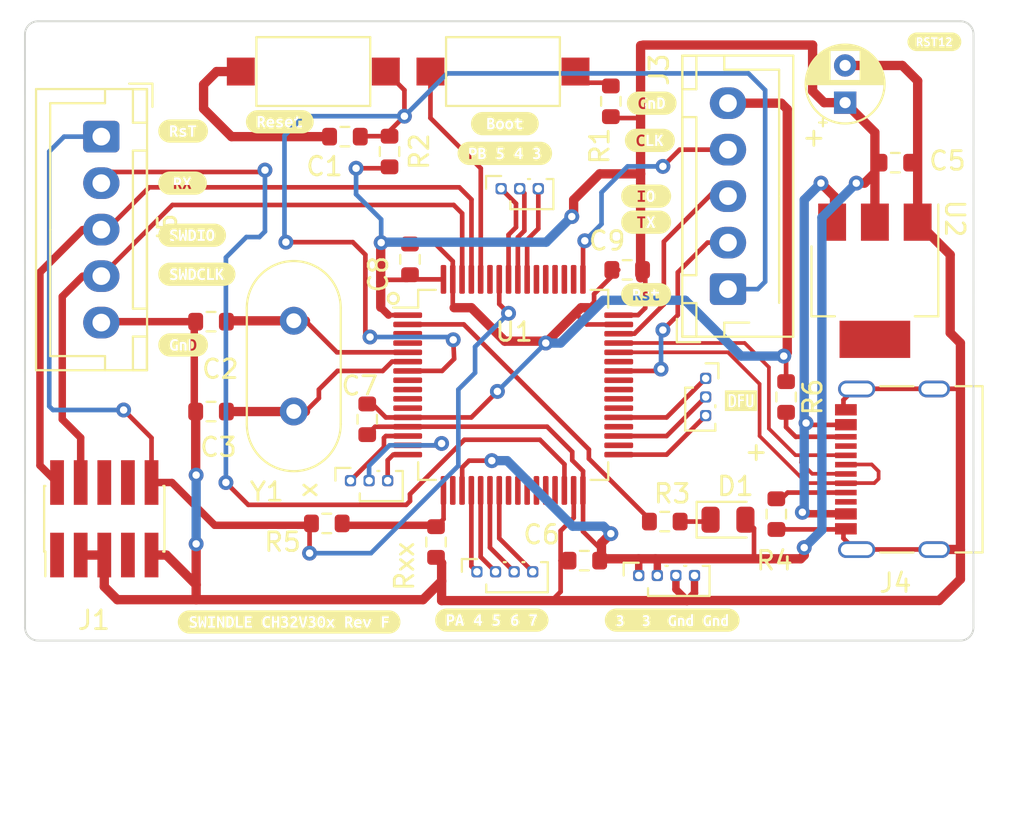
<source format=kicad_pcb>
(kicad_pcb (version 20240108) (generator "pcbnew") (generator_version "8.0")
  (layers (0 "F.Cu" signal) (31 "B.Cu" signal) (34 "B.Paste" user) (35 "F.Paste" user) (36 "B.SilkS" user "B.Silkscreen") (37 "F.SilkS" user "F.Silkscreen") (38 "B.Mask" user) (39 "F.Mask" user) (44 "Edge.Cuts" user))
  (net 0 "")
  (net 1 "+3.3V")
  (net 2 "Net-(U1-PC13)")
  (net 5 "Net-(U1-PF0)")
  (net 6 "Net-(U1-PF1)")
  (net 11 "GND")
  (net 12 "unconnected-(U1-PA0-Pad14)")
  (net 13 "unconnected-(U1-PA1-Pad15)")
  (net 14 "unconnected-(U1-PA2-Pad16)")
  (net 15 "Net-(U1-PA3)")
  (net 17 "unconnected-(U1-PA4-Pad20)")
  (net 18 "unconnected-(U1-PA5-Pad21)")
  (net 19 "unconnected-(U1-PA6-Pad22)")
  (net 20 "unconnected-(U1-PA7-Pad23)")
  (net 26 "OUT_UART_TX")
  (net 27 "OUT_UART_RX")
  (net 28 "unconnected-(U1-PB12-Pad33)")
  (net 31 "unconnected-(U1-PC6-Pad37)")
  (net 36 "UART_TX")
  (net 38 "D-")
  (net 39 "D+")
  (net 40 "SWDIO")
  (net 41 "SWDCLK")
  (net 47 "unconnected-(U1-PB3-Pad55)")
  (net 48 "unconnected-(U1-PB4-Pad56)")
  (net 49 "unconnected-(U1-PB5-Pad57)")
  (net 50 "INOUT_NRESET")
  (net 52 "Net-(U1-BOOT0)")
  (net 53 "OUT_SWDIO")
  (net 54 "OUT_SWDCLK")
  (net 55 "Net-(D1-K)")
  (net 56 "Net-(BOT1-Pad1)")
  (net 57 "IN_FORCE_DFU")
  (net 59 "Net-(U2-VI)")
  (net 60 "Net-(J4-CC2)")
  (net 61 "Net-(J4-CC1)")
  (net 63 "NRESET")
  (footprint "kibuzzard-65C13741" (layer "F.Cu") (at 153.2 68)
    (property "Reference" "kibuzzard-65C13741" (hide yes))
    (property "Value" "G***" (hide yes))
  )
  (footprint "kibuzzard-65C1C7F5" (layer "F.Cu") (at 113.2855 78.4)
    (property "Reference" "kibuzzard-65C1C7F5" (hide yes))
    (property "Value" "G***" (hide yes))
  )
  (footprint "kibuzzard-65C1C9E5" (layer "F.Cu") (at 130.1 72.4)
    (property "Reference" "kibuzzard-65C1C9E5" (hide yes))
    (property "Value" "G***" (hide yes))
  )
  (footprint "kibuzzard-65D842E2" (layer "F.Cu") (at 118.5 99.2)
    (property "Reference" "kibuzzard-65D842E2" (hide yes))
    (property "Value" "G***" (hide yes))
  )
  (footprint "Resistor_SMD:R_0603_1608Metric" (layer "F.Cu") (at 138.7 93.8)
    (property "Reference" "R3")
    (property "Value" "330")
  )
  (footprint "Resistor_SMD:R_0603_1608Metric" (layer "F.Cu") (at 151.1 74.5)
    (property "Reference" "C5")
    (property "Value" "100n")
  )
  (footprint "Connector_PinSocket_1.00mm:PinSocket_1x04_P1.00mm_Vertical" (layer "F.Cu") (at 137.3 96.7 90)
    (property "Reference" "3/3/GND/GND" (hide yes))
    (property "Value" "PinSocket_1x04_P1.00mm_Vertical")
  )
  (footprint "Resistor_SMD:R_0603_1608Metric" (layer "F.Cu") (at 134.375 95.9 180)
    (property "Reference" "C6")
    (property "Value" "100n")
  )
  (footprint "Resistor_SMD:R_0603_1608Metric" (layer "F.Cu") (at 135.8 71.2 90)
    (property "Reference" "R1")
    (property "Value" "10k")
  )
  (footprint "Button_Switch_SMD:SW_SPST_CK_RS282G05A3" (layer "F.Cu") (at 119.8 69.6 180)
    (property "Reference" "RST1" (hide yes))
    (property "Value" "SW_DIP_x01")
  )
  (footprint "Resistor_SMD:R_0603_1608Metric" (layer "F.Cu") (at 122.7 88.3 90)
    (property "Reference" "C7")
    (property "Value" "100n")
  )
  (footprint "kibuzzard-65C1C8EE" (layer "F.Cu") (at 137.9 73.3)
    (property "Reference" "kibuzzard-65C1C8EE" (hide yes))
    (property "Value" "G***" (hide yes))
  )
  (footprint "kibuzzard-65C1C789" (layer "F.Cu") (at 112.800136 84.3)
    (property "Reference" "kibuzzard-65C1C789" (hide yes))
    (property "Value" "G***" (hide yes))
  )
  (footprint "Package_TO_SOT_SMD:SOT-223" (layer "F.Cu") (at 150 80.85 -90)
    (property "Reference" "U2")
    (property "Value" "LM1117-3.3")
  )
  (footprint "Button_Switch_SMD:SW_SPST_CK_RS282G05A3" (layer "F.Cu") (at 130 69.6 180)
    (property "Reference" "BOT1" (hide yes))
    (property "Value" "SW_DIP_x01")
  )
  (footprint "kibuzzard-65C281F8" (layer "F.Cu") (at 139.1 99.1)
    (property "Reference" "kibuzzard-65C281F8" (hide yes))
    (property "Value" "G***" (hide yes))
  )
  (footprint "Resistor_SMD:R_0603_1608Metric" (layer "F.Cu") (at 145.225 87.1 -90)
    (property "Reference" "R6")
    (property "Value" "5.1k")
  )
  (footprint "Resistor_SMD:R_0603_1608Metric" (layer "F.Cu") (at 121.5 73.1 180)
    (property "Reference" "C1")
    (property "Value" "100n")
  )
  (footprint "kibuzzard-65C1C9D7" (layer "F.Cu") (at 118 72.3)
    (property "Reference" "kibuzzard-65C1C9D7" (hide yes))
    (property "Value" "G***" (hide yes))
  )
  (footprint "Diode_SMD:D_0805_2012Metric" (layer "F.Cu") (at 142.1 93.7)
    (property "Reference" "D1")
    (property "Value" "LED")
  )
  (footprint "Resistor_SMD:R_0603_1608Metric" (layer "F.Cu") (at 126.4 94.9 90)
    (property "Reference" "Rxx")
    (property "Value" "10k")
  )
  (footprint "kibuzzard-65C1C718" (layer "F.Cu") (at 112.772 75.6)
    (property "Reference" "kibuzzard-65C1C718" (hide yes))
    (property "Value" "G***" (hide yes))
  )
  (footprint "Connector_PinSocket_1.00mm:PinSocket_1x04_P1.00mm_Vertical" (layer "F.Cu") (at 128.6 96.5 90)
    (property "Reference" "PA4567" (hide yes))
    (property "Value" "PinSocket_1x04_P1.00mm_Vertical")
  )
  (footprint "Connector_PinSocket_1.00mm:PinSocket_1x03_P1.00mm_Vertical" (layer "F.Cu") (at 140.9 86.1)
    (property "Reference" "x2" (hide yes))
    (property "Value" "PinSocket_1x03_P1.00mm_Vertical")
  )
  (footprint "Capacitor_THT:CP_Radial_D4.0mm_P2.00mm" (layer "F.Cu") (at 148.4 71.2726 90)
    (property "Reference" "C4" (hide yes))
    (property "Value" "100u")
  )
  (footprint "Connector_PinSocket_1.00mm:PinSocket_1x03_P1.00mm_Vertical" (layer "F.Cu") (at 121.8 91.6 90)
    (property "Reference" "x")
    (property "Value" "PinSocket_1x03_P1.00mm_Vertical")
  )
  (footprint "Resistor_SMD:R_0603_1608Metric" (layer "F.Cu") (at 125 79.7 90)
    (property "Reference" "C8")
    (property "Value" "100n")
  )
  (footprint "kibuzzard-65C1C972" (layer "F.Cu") (at 137.7 81.6)
    (property "Reference" "kibuzzard-65C1C972" (hide yes))
    (property "Value" "G***" (hide yes))
  )
  (footprint "kibuzzard-65C1C789" (layer "F.Cu") (at 138 71.3)
    (property "Reference" "kibuzzard-65C1C789" (hide yes))
    (property "Value" "G***" (hide yes))
  )
  (footprint "Resistor_SMD:R_0603_1608Metric" (layer "F.Cu") (at 144.7 93.4 90)
    (property "Reference" "R4")
    (property "Value" "5.1k")
  )
  (footprint "Resistor_SMD:R_0603_1608Metric" (layer "F.Cu") (at 123.9 73.9 90)
    (property "Reference" "R2")
    (property "Value" "10k")
  )
  (footprint "Resistor_SMD:R_0603_1608Metric" (layer "F.Cu") (at 114.3 87.884 180)
    (property "Reference" "C3")
    (property "Value" "10pf")
  )
  (footprint "kibuzzard-65C281E1" (layer "F.Cu") (at 129.4 99.1)
    (property "Reference" "kibuzzard-65C281E1" (hide yes))
    (property "Value" "G***" (hide yes))
  )
  (footprint "kibuzzard-65C1C918" (layer "F.Cu") (at 137.7 76.3)
    (property "Reference" "kibuzzard-65C1C918" (hide yes))
    (property "Value" "G***" (hide yes))
  )
  (footprint "Connector_USB:USB_C_Receptacle_Palconn_UTC16-G" (layer "F.Cu") (at 150.95 90.99 90)
    (property "Reference" "J4")
    (property "Value" "USB_C_Receptacle")
  )
  (footprint "Resistor_SMD:R_0603_1608Metric" (layer "F.Cu") (at 136.68 80.264 180)
    (property "Reference" "C9")
    (property "Value" "100n")
  )
  (footprint "Connector_JST:JST_XH_B5B-XH-A_1x05_P2.50mm_Vertical" (layer "F.Cu") (at 108.4 73.1 -90)
    (property "Reference" "J5")
    (property "Value" "Debug port")
  )
  (footprint "kibuzzard-65C1C92F" (layer "F.Cu") (at 137.7 77.7)
    (property "Reference" "kibuzzard-65C1C92F" (hide yes))
    (property "Value" "G***" (hide yes))
  )
  (footprint "Crystal:Crystal_HC49-U_Vertical" (layer "F.Cu") (at 118.75 83 -90)
    (property "Reference" "Y1")
    (property "Value" "Crystal")
  )
  (footprint "Resistor_SMD:R_0603_1608Metric" (layer "F.Cu") (at 114.3 83.05 180)
    (property "Reference" "C2")
    (property "Value" "10pf")
  )
  (footprint "Resistor_SMD:R_0603_1608Metric" (layer "F.Cu") (at 120.525 93.9)
    (property "Reference" "R5")
    (property "Value" "1k")
  )
  (footprint "Package_QFP:LQFP-64_10x10mm_P0.5mm" (layer "F.Cu") (at 130.55 86.45)
    (property "Reference" "U1")
    (property "Value" "CH32V303RCT6")
  )
  (footprint "kibuzzard-65C1C805" (layer "F.Cu") (at 113.53922 80.5)
    (property "Reference" "kibuzzard-65C1C805" (hide yes))
    (property "Value" "G***" (hide yes))
  )
  (footprint "kibuzzard-65D8420C" (layer "F.Cu") (at 130.1 74)
    (property "Reference" "kibuzzard-65D8420C" (hide yes))
    (property "Value" "G***" (hide yes))
  )
  (footprint "Connector_PinHeader_1.27mm:PinHeader_2x05_P1.27mm_Vertical_SMD" (layer "F.Cu") (at 108.56 93.65 90)
    (property "Reference" "J1")
    (property "Value" "Conn_ARM_JTAG_SWD_10")
  )
  (footprint "kibuzzard-65C1C7A6" (layer "F.Cu") (at 112.8 72.8)
    (property "Reference" "kibuzzard-65C1C7A6" (hide yes))
    (property "Value" "G***" (hide yes))
  )
  (footprint "kibuzzard-6534F947" (layer "F.Cu") (at 142.8 87.3)
    (property "Reference" "kibuzzard-6534F947" (hide yes))
    (property "Value" "G***" (hide yes))
  )
  (footprint "Connector_PinSocket_1.00mm:PinSocket_1x03_P1.00mm_Vertical" (layer "F.Cu") (at 129.9 75.9 90)
    (property "Reference" "PB567" (hide yes))
    (property "Value" "PIN1X3")
  )
  (footprint "Connector_JST:JST_XH_B5B-XH-AM_1x05_P2.50mm_Vertical" (layer "F.Cu") (at 142.1 81.3 90)
    (property "Reference" "J3")
    (property "Value" "Debug port")
  )
  (gr_circle (center 124.1 81.8) (end 123.9 81.6) (stroke (width 0.15)) (fill none) (layer "F.SilkS"))
  (gr_line (start 105.000001 100.199999) (end 154.599999 100.199999) (stroke (width 0.1)) (layer "Edge.Cuts"))
  (gr_line (start 104.294975 67.594975) (end 104.300001 99.499999) (stroke (width 0.1)) (layer "Edge.Cuts"))
  (gr_arc (start 154.605025 66.894975) (mid 155.1 67.1) (end 155.305025 67.594975) (stroke (width 0.1)) (layer "Edge.Cuts"))
  (gr_line (start 154.605025 66.894975) (end 104.994975 66.894975) (stroke (width 0.1)) (layer "Edge.Cuts"))
  (gr_arc (start 105.000001 100.199999) (mid 104.505026 99.994974) (end 104.300001 99.499999) (stroke (width 0.1)) (layer "Edge.Cuts"))
  (gr_arc (start 155.299999 99.499999) (mid 155.094974 99.994974) (end 154.599999 100.199999) (stroke (width 0.1)) (layer "Edge.Cuts"))
  (gr_line (start 155.299999 99.499999) (end 155.305025 67.594975) (stroke (width 0.1)) (layer "Edge.Cuts"))
  (gr_arc (start 104.294975 67.594975) (mid 104.5 67.1) (end 104.994975 66.894975) (stroke (width 0.1)) (layer "Edge.Cuts"))
  (gr_text "+" (at 142.9 90.6 0) (layer "F.SilkS") (effects (font (size 1 1)) (justify left bottom)))
  (gr_text "+" (at 146 73.7 0) (layer "F.SilkS") (effects (font (size 1 1)) (justify left bottom)))
  (segment (start 137.4 75.1) (end 135.2 75.1) (width 0.5) (layer "F.Cu") (net 1))
  (segment (start 124.875 80.8) (end 123.55 80.8) (width 0.25) (layer "F.Cu") (net 1))
  (segment (start 147.2726 71.2726) (end 146.65 70.65) (width 0.5) (layer "F.Cu") (net 1))
  (segment (start 135.298 95.802) (end 135.298 94.952) (width 0.5) (layer "F.Cu") (net 1))
  (segment (start 123.425 78.825) (end 123.45 78.8) (width 0.25) (layer "F.Cu") (net 1))
  (segment (start 137.4 71.325) (end 137.4 68.2) (width 0.5) (layer "F.Cu") (net 1))
  (segment (start 150 72.8726) (end 148.4 71.2726) (width 0.5) (layer "F.Cu") (net 1))
  (segment (start 133.8 77.3) (end 133.7 77.4) (width 0.5) (layer "F.Cu") (net 1))
  (segment (start 146.2 95.2) (end 146.2 95.608) (width 0.5) (layer "F.Cu") (net 1))
  (segment (start 123.847 82.697) (end 123.425 82.275) (width 0.4) (layer "F.Cu") (net 1))
  (segment (start 135.298 95.325) (end 134.306 94.333) (width 0.25) (layer "F.Cu") (net 1))
  (segment (start 135.8 94.45) (end 135.7 94.45) (width 0.5) (layer "F.Cu") (net 1))
  (segment (start 137.6515 80.4105) (end 137.6515 82.3125) (width 0.25) (layer "F.Cu") (net 1))
  (segment (start 137.4 75.1) (end 137.4 73.2) (width 0.5) (layer "F.Cu") (net 1))
  (segment (start 138.2 95.802) (end 137.3 95.802) (width 0.5) (layer "F.Cu") (net 1))
  (segment (start 135.7 94.45) (end 135.725 94.475) (width 0.5) (layer "F.Cu") (net 1))
  (segment (start 137.267 82.697) (end 136.231 82.697) (width 0.25) (layer "F.Cu") (net 1))
  (segment (start 125.25 80.775) (end 126.8 80.775) (width 0.25) (layer "F.Cu") (net 1))
  (segment (start 123.425 78.775) (end 123.425 78.75) (width 0.25) (layer "F.Cu") (net 1))
  (segment (start 150 75.044) (end 150 72.8726) (width 0.5) (layer "F.Cu") (net 1))
  (segment (start 123.125 88.7) (end 122.7 89.125) (width 0.25) (layer "F.Cu") (net 1))
  (segment (start 134.306 91.085312) (end 133.725 90.504312) (width 0.25) (layer "F.Cu") (net 1))
  (segment (start 129.4 90.5245) (end 128.1755 90.5245) (width 0.25) (layer "F.Cu") (net 1))
  (segment (start 137.4 73.1075) (end 137.4 71.4925) (width 0.5) (layer "F.Cu") (net 1))
  (segment (start 148.4 71.2726) (end 147.2726 71.2726) (width 0.5) (layer "F.Cu") (net 1))
  (segment (start 137.4 80.694) (end 137.4 75.1) (width 0.5) (layer "F.Cu") (net 1))
  (segment (start 132.372 88.697) (end 124.881 88.697) (width 0.25) (layer "F.Cu") (net 1))
  (segment (start 143.5 94.1625) (end 143.5 95.802) (width 0.25) (layer "F.Cu") (net 1))
  (segment (start 146.65 70.65) (end 146.65 68.175) (width 0.5) (layer "F.Cu") (net 1))
  (segment (start 123.45 78.8) (end 123.425 78.775) (width 0.25) (layer "F.Cu") (net 1))
  (segment (start 150 77.7) (end 150 75.044) (width 0.5) (layer "F.Cu") (net 1))
  (segment (start 123.425 82.275) (end 123.425 80.925) (width 0.5) (layer "F.Cu") (net 1))
  (segment (start 133.725 90.05) (end 132.372 88.697) (width 0.25) (layer "F.Cu") (net 1))
  (segment (start 133.8 76.5) (end 133.8 77.3) (width 0.5) (layer "F.Cu") (net 1))
  (segment (start 135.2 75.1) (end 133.8 76.5) (width 0.5) (layer "F.Cu") (net 1))
  (segment (start 122.1 74.8) (end 123.825 74.8) (width 0.25) (layer "F.Cu") (net 1))
  (segment (start 137.41 71.425) (end 137.435 71.4) (width 0.25) (layer "F.Cu") (net 1))
  (segment (start 138.3 96.7) (end 138.3 95.902) (width 0.4) (layer "F.Cu") (net 1))
  (segment (start 138.3 95.902) (end 138.2 95.802) (width 0.25) (layer "F.Cu") (net 1))
  (segment (start 146.65 68.175) (end 137.535 68.175) (width 0.5) (layer "F.Cu") (net 1))
  (segment (start 136.045 72.1) (end 137.355 72.1) (width 0.25) (layer "F.Cu") (net 1))
  (segment (start 149 75.6) (end 149.444 75.6) (width 0.5) (layer "F.Cu") (net 1))
  (segment (start 146.2 95.608) (end 146.006 95.802) (width 0.5) (layer "F.Cu") (net 1))
  (segment (start 137.6515 82.3125) (end 137.267 82.697) (width 0.25) (layer "F.Cu") (net 1))
  (segment (start 143.0375 93.7) (end 143.5 94.1625) (width 0.25) (layer "F.Cu") (net 1))
  (segment (start 124.881 82.697) (end 123.847 82.697) (width 0.25) (layer "F.Cu") (net 1))
  (segment (start 137.3 96.7) (end 137.3 95.802) (width 0.4) (layer "F.Cu") (net 1))
  (segment (start 149.444 75.6) (end 150 75.044) (width 0.5) (layer "F.Cu") (net 1))
  (segment (start 133.725 90.504312) (end 133.725 90.05) (width 0.25) (layer "F.Cu") (net 1))
  (segment (start 124.875 88.7) (end 123.125 88.7) (width 0.25) (layer "F.Cu") (net 1))
  (segment (start 134.306 94.333) (end 134.306 91.085312) (width 0.25) (layer "F.Cu") (net 1))
  (segment (start 128.1755 90.5245) (end 127.806 90.894) (width 0.25) (layer "F.Cu") (net 1))
  (segment (start 137.3 95.802) (end 135.298 95.802) (width 0.5) (layer "F.Cu") (net 1))
  (segment (start 127.806 90.894) (end 127.806 92.122) (width 0.25) (layer "F.Cu") (net 1))
  (segment (start 123.425 80.925) (end 123.425 78.825) (width 0.5) (layer "F.Cu") (net 1))
  (segment (start 146.006 95.802) (end 138.2 95.802) (width 0.5) (layer "F.Cu") (net 1))
  (segment (start 135.298 94.952) (end 135.8 94.45) (width 0.5) (layer "F.Cu") (net 1))
  (segment (start 123.425 78.75) (end 123.45 78.725) (width 0.25) (layer "F.Cu") (net 1))
  (segment (start 123.55 80.8) (end 123.425 80.925) (width 0.25) (layer "F.Cu") (net 1))
  (via (at 123.45 78.8) (size 0.8) (drill 0.4) (layers "F.Cu" "B.Cu") (net 1))
  (via (at 129.4 90.5245) (size 0.8) (drill 0.4) (layers "F.Cu" "B.Cu") (net 1))
  (via (at 149 75.6) (size 0.8) (drill 0.4) (layers "F.Cu" "B.Cu") (net 1))
  (via (at 146.2 95.2) (size 0.8) (drill 0.4) (layers "F.Cu" "B.Cu") (net 1))
  (via (at 122.1 74.8) (size 0.8) (drill 0.4) (layers "F.Cu" "B.Cu") (net 1))
  (via (at 135.8 94.45) (size 0.8) (drill 0.4) (layers "F.Cu" "B.Cu") (net 1))
  (via (at 133.7 77.4) (size 0.8) (drill 0.4) (layers "F.Cu" "B.Cu") (net 1))
  (segment (start 147.15 77.45) (end 149 75.6) (width 0.5) (layer "B.Cu") (net 1))
  (segment (start 135.4 94.05) (end 135.8 94.45) (width 0.5) (layer "B.Cu") (net 1))
  (segment (start 123.55 78.775) (end 123.575 78.775) (width 0.25) (layer "B.Cu") (net 1))
  (segment (start 130.2245 90.5245) (end 133.75 94.05) (width 0.5) (layer "B.Cu") (net 1))
  (segment (start 129.4 90.5245) (end 130.2245 90.5245) (width 0.5) (layer "B.Cu") (net 1))
  (segment (start 122.1 76.2) (end 122.1 74.8) (width 0.25) (layer "B.Cu") (net 1))
  (segment (start 123.6 78.775) (end 123.45 78.75) (width 0.25) (layer "B.Cu") (net 1))
  (segment (start 133.7 77.4) (end 132.325 78.775) (width 0.5) (layer "B.Cu") (net 1))
  (segment (start 123.45 78.75) (end 123.55 78.775) (width 0.25) (layer "B.Cu") (net 1))
  (segment (start 123.45 78.8) (end 123.45 77.55) (width 0.25) (layer "B.Cu") (net 1))
  (segment (start 146.2 95.2) (end 147.15 94.25) (width 0.5) (layer "B.Cu") (net 1))
  (segment (start 147.15 94.25) (end 147.15 77.45) (width 0.5) (layer "B.Cu") (net 1))
  (segment (start 133.75 94.05) (end 135.4 94.05) (width 0.5) (layer "B.Cu") (net 1))
  (segment (start 132.325 78.775) (end 123.6 78.775) (width 0.5) (layer "B.Cu") (net 1))
  (segment (start 123.45 77.55) (end 122.1 76.2) (width 0.25) (layer "B.Cu") (net 1))
  (segment (start 124.881 83.197) (end 127.891022 83.197) (width 0.25) (layer "F.Cu") (net 2))
  (segment (start 134.62 89.925978) (end 134.62 90.42) (width 0.25) (layer "F.Cu") (net 2))
  (segment (start 127.891022 83.197) (end 134.62 89.925978) (width 0.25) (layer "F.Cu") (net 2))
  (segment (start 134.62 90.42) (end 137.875 93.675) (width 0.25) (layer "F.Cu") (net 2))
  (segment (start 121.073 84.697) (end 124.881 84.697) (width 0.25) (layer "F.Cu") (net 5))
  (segment (start 119.38 83.004) (end 115.171 83.004) (width 0.5) (layer "F.Cu") (net 5))
  (segment (start 119.38 83.004) (end 121.073 84.697) (width 0.25) (layer "F.Cu") (net 5))
  (segment (start 121.1 85.7) (end 123.534315 85.7) (width 0.25) (layer "F.Cu") (net 6))
  (segment (start 119.38 87.884) (end 120.1 87.164) (width 0.25) (layer "F.Cu") (net 6))
  (segment (start 120.1 86.7) (end 121.1 85.7) (width 0.25) (layer "F.Cu") (net 6))
  (segment (start 115.46 87.884) (end 119.38 87.884) (width 0.5) (layer "F.Cu") (net 6))
  (segment (start 124.037315 85.197) (end 124.881 85.197) (width 0.25) (layer "F.Cu") (net 6))
  (segment (start 120.1 87.164) (end 120.1 86.7) (width 0.25) (layer "F.Cu") (net 6))
  (segment (start 123.534315 85.7) (end 124.037315 85.197) (width 0.25) (layer "F.Cu") (net 6))
  (segment (start 136.2 80.264) (end 134.9 81.564) (width 0.25) (layer "F.Cu") (net 11))
  (segment (start 139.9 98.044) (end 139.3 97.444) (width 0.4) (layer "F.Cu") (net 11))
  (segment (start 122.975 87.475) (end 123.7 88.2) (width 0.25) (layer "F.Cu") (net 11))
  (segment (start 126.7 97) (end 125.7 98) (width 0.5) (layer "F.Cu") (net 11))
  (segment (start 127.3 79.802) (end 127.3 80.775) (width 0.25) (layer "F.Cu") (net 11))
  (segment (start 113.5 98) (end 109.26 98) (width 0.5) (layer "F.Cu") (net 11))
  (segment (start 133.9 82.6) (end 132.3 84.2) (width 0.5) (layer "F.Cu") (net 11))
  (segment (start 133.806 92.122) (end 133.806 93.594) (width 0.25) (layer "F.Cu") (net 11))
  (segment (start 115.4 73.1) (end 120.5875 73.1) (width 0.5) (layer "F.Cu") (net 11))
  (segment (start 153.11 86.66) (end 154.56 86.66) (width 0.25) (layer "F.Cu") (net 11))
  (segment (start 139.9 98.044) (end 139.894 98.05) (width 0.5) (layer "F.Cu") (net 11))
  (segment (start 126.7 96.025) (end 126.7 97) (width 0.5) (layer "F.Cu") (net 11))
  (segment (start 125.7 98) (end 113.5 98) (width 0.5) (layer "F.Cu") (net 11))
  (segment (start 113.5 95) (end 113.5 97.2) (width 0.5) (layer "F.Cu") (net 11))
  (segment (start 126.7 97) (end 126.7 98.05) (width 0.5) (layer "F.Cu") (net 11))
  (segment (start 127.375 82.3) (end 128.3 82.3) (width 0.5) (layer "F.Cu") (net 11))
  (segment (start 148.31 94.18) (end 148.31 94.7) (width 0.25) (layer "F.Cu") (net 11))
  (segment (start 113.475 91.275) (end 113.5 91.3) (width 0.25) (layer "F.Cu") (net 11))
  (segment (start 144.96 71.3) (end 145.288 71.628) (width 0.5) (layer "F.Cu") (net 11))
  (segment (start 113.475 87.884) (end 113.475 91.275) (width 0.5) (layer "F.Cu") (net 11))
  (segment (start 114.6 69.6) (end 113.9 70.3) (width 0.5) (layer "F.Cu") (net 11))
  (segment (start 139.894 98.05) (end 126.7 98.05) (width 0.5) (layer "F.Cu") (net 11))
  (segment (start 148.31 87.78) (end 148.31 87.26) (width 0.25) (layer "F.Cu") (net 11))
  (segment (start 145.225 85.025) (end 145.1 84.9) (width 0.25) (layer "F.Cu") (net 11))
  (segment (start 145.288 71.628) (end 145.288 84.712) (width 0.5) (layer "F.Cu") (net 11))
  (segment (start 115.9 69.6) (end 114.6 69.6) (width 0.5) (layer "F.Cu") (net 11))
  (segment (start 134.2 82.3) (end 134.6 82.3) (width 0.5) (layer "F.Cu") (net 11))
  (segment (start 154.6 95.3) (end 153.11 95.3) (width 0.5) (layer "F.Cu") (net 11))
  (segment (start 113.4 83.125) (end 113.4 87.809) (width 0.4) (layer "F.Cu") (net 11))
  (segment (start 148.4 69.2726) (end 151.4726 69.2726) (width 0.5) (layer "F.Cu") (net 11))
  (segment (start 154.6 84.2) (end 154.6 86.7) (width 0.5) (layer "F.Cu") (net 11))
  (segment (start 133.1 95.9) (end 133.55 95.9) (width 0.25) (layer "F.Cu") (net 11))
  (segment (start 134.5 83.2) (end 136.225 83.2) (width 0.25) (layer "F.Cu") (net 11))
  (segment (start 154.56 86.66) (end 154.6 86.7) (width 0.25) (layer "F.Cu") (net 11))
  (segment (start 127.3 80.775) (end 127.3 82.225) (width 0.25) (layer "F.Cu") (net 11))
  (segment (start 145.225 86.275) (end 145.225 85.025) (width 0.25) (layer "F.Cu") (net 11))
  (segment (start 133.1 94.3) (end 133.1 95.9) (width 0.25) (layer "F.Cu") (net 11))
  (segment (start 154.6 96.9) (end 153.456 98.044) (width 0.5) (layer "F.Cu") (net 11))
  (segment (start 153.456 98.044) (end 139.9 98.044) (width 0.5) (layer "F.Cu") (net 11))
  (segment (start 152.3 70.1) (end 152.3 77.7) (width 0.5) (layer "F.Cu") (net 11))
  (segment (start 154.05 83.65) (end 154.6 84.2) (width 0.5) (layer "F.Cu") (net 11))
  (segment (start 134.9 82) (end 134.6 82.3) (width 0.25) (layer "F.Cu") (net 11))
  (segment (start 154.6 86.7) (end 154.6 95.3) (width 0.5) (layer "F.Cu") (net 11))
  (segment (start 145.288 84.712) (end 145.1 84.9) (width 0.5) (layer "F.Cu") (net 11))
  (segment (start 154.05 79.45) (end 154.05 83.65) (width 0.5) (layer "F.Cu") (net 11))
  (segment (start 123.7 88.2) (end 124.875 88.2) (width 0.25) (layer "F.Cu") (net 11))
  (segment (start 133.1 97.572) (end 132.725 97.947) (width 0.25) (layer "F.Cu") (net 11))
  (segment (start 133.9 82.6) (end 134.5 83.2) (width 0.25) (layer "F.Cu") (net 11))
  (segment (start 154.6 95.3) (end 154.6 96.9) (width 0.5) (layer "F.Cu") (net 11))
  (segment (start 133.806 93.594) (end 133.1 94.3) (width 0.25) (layer "F.Cu") (net 11))
  (segment (start 148.31 87.26) (end 148.91 86.66) (width 0.25) (layer "F.Cu") (net 11))
  (segment (start 128.3 88.2) (end 129.7 86.8) (width 0.25) (layer "F.Cu") (net 11))
  (segment (start 145.17 94.22) (end 145.075 94.125) (width 0.25) (layer "F.Cu") (net 11))
  (segment (start 148.91 86.66) (end 153.11 86.66) (width 0.25) (layer "F.Cu") (net 11))
  (segment (start 128.3 82.3) (end 130.1 84.1) (width 0.5) (layer "F.Cu") (net 11))
  (segment (start 113.5 97.2) (end 111.9 95.6) (width 0.5) (layer "F.Cu") (net 11))
  (segment (start 109.26 98) (end 108.56 97.3) (width 0.5) (layer "F.Cu") (net 11))
  (segment (start 133.9 82.6) (end 134.2 82.3) (width 0.5) (layer "F.Cu") (net 11))
  (segment (start 125 78.875) (end 126.373 78.875) (width 0.25) (layer "F.Cu") (net 11))
  (segment (start 113.9 71.6) (end 115.4 73.1) (width 0.5) (layer "F.Cu") (net 11))
  (segment (start 140.3 97.644) (end 139.9 98.044) (width 0.4) (layer "F.Cu") (net 11))
  (segment (start 142.1 71.3) (end 144.96 71.3) (width 0.5) (layer "F.Cu") (net 11))
  (segment (start 126.373 78.875) (end 127.3 79.802) (width 0.25) (layer "F.Cu") (net 11))
  (segment (start 130.1 84.1) (end 132.2 84.1) (width 0.5) (layer "F.Cu") (net 11))
  (segment (start 139.3 97.444) (end 139.3 96.9) (width 0.4) (layer "F.Cu") (net 11))
  (segment (start 133.1 95.9) (end 133.1 97.572) (width 0.25) (layer "F.Cu") (net 11))
  (segment (start 126.4 95.725) (end 126.7 96.025) (width 0.5) (layer "F.Cu") (net 11))
  (segment (start 148.31 94.7) (end 148.91 95.3) (width 0.25) (layer "F.Cu") (net 11))
  (segment (start 107.29 95.6) (end 108.56 95.6) (width 0.5) (layer "F.Cu") (net 11))
  (segment (start 132.2 84.1) (end 132.3 84.2) (width 0.5) (layer "F.Cu") (net 11))
  (segment (start 111.9 95.6) (end 111.1 95.6) (width 0.5) (layer "F.Cu") (net 11))
  (segment (start 148.91 95.3) (end 153.11 95.3) (width 0.25) (layer "F.Cu") (net 11))
  (segment (start 113.475 83.05) (end 108.45 83.05) (width 0.4) (layer "F.Cu") (net 11))
  (segment (start 113.9 70.3) (end 113.9 71.6) (width 0.5) (layer "F.Cu") (net 11))
  (segment (start 152.3 77.7) (end 154.05 79.45) (width 0.5) (layer "F.Cu") (net 11))
  (segment (start 148.3 94.22) (end 145.17 94.22) (width 0.25) (layer "F.Cu") (net 11))
  (segment (start 124.875 88.2) (end 128.3 88.2) (width 0.25) (layer "F.Cu") (net 11))
  (segment (start 113.5 98) (end 113.5 97.2) (width 0.5) (layer "F.Cu") (net 11))
  (segment (start 108.56 97.3) (end 108.56 95.6) (width 0.5) (layer "F.Cu") (net 11))
  (segment (start 140.3 96.9) (end 140.3 97.644) (width 0.4) (layer "F.Cu") (net 11))
  (segment (start 134.9 81.564) (end 134.9 82) (width 0.25) (layer "F.Cu") (net 11))
  (segment (start 151.4726 69.2726) (end 152.3 70.1) (width 0.5) (layer "F.Cu") (net 11))
  (via (at 145.1 84.9) (size 0.8) (drill 0.4) (layers "F.Cu" "B.Cu") (net 11))
  (via (at 129.7 86.8) (size 0.8) (drill 0.4) (layers "F.Cu" "B.Cu") (net 11))
  (via (at 132.3 84.2) (size 0.8) (drill 0.4) (layers "F.Cu" "B.Cu") (net 11))
  (via (at 113.5 95) (size 0.8) (drill 0.4) (layers "F.Cu" "B.Cu") (net 11))
  (via (at 113.5 91.3) (size 0.8) (drill 0.4) (layers "F.Cu" "B.Cu") (net 11))
  (segment (start 132.3 84.2) (end 132.3 84.15) (width 0.25) (layer "B.Cu") (net 11))
  (segment (start 132.35 84.2) (end 132.3 84.2) (width 0.25) (layer "B.Cu") (net 11))
  (segment (start 142.8 84.9) (end 145.1 84.9) (width 0.5) (layer "B.Cu") (net 11))
  (segment (start 113.5 91.3) (end 113.5 95) (width 0.5) (layer "B.Cu") (net 11))
  (segment (start 132.3 84.2) (end 129.8 86.7) (width 0.25) (layer "B.Cu") (net 11))
  (segment (start 132.3 84.15) (end 132.375 84.225) (width 0.25) (layer "B.Cu") (net 11))
  (segment (start 139.8 81.9) (end 142.8 84.9) (width 0.5) (layer "B.Cu") (net 11))
  (segment (start 133.1 84.2) (end 135.4 81.9) (width 0.5) (layer "B.Cu") (net 11))
  (segment (start 135.4 81.9) (end 139.8 81.9) (width 0.5) (layer "B.Cu") (net 11))
  (segment (start 132.3 84.2) (end 133.1 84.2) (width 0.5) (layer "B.Cu") (net 11))
  (segment (start 123.7 89.2) (end 123.6 89.3) (width 0.25) (layer "F.Cu") (net 12))
  (segment (start 124.875 89.2) (end 123.7 89.2) (width 0.25) (layer "F.Cu") (net 12))
  (segment (start 123.6 89.3) (end 123.6 89.8) (width 0.25) (layer "F.Cu") (net 12))
  (segment (start 123.6 89.8) (end 121.8 91.6) (width 0.25) (layer "F.Cu") (net 12))
  (segment (start 124.875 89.7) (end 126.5 89.7) (width 0.25) (layer "F.Cu") (net 13))
  (via (at 126.7 89.6) (size 0.8) (drill 0.4) (layers "F.Cu" "B.Cu") (net 13))
  (segment (start 123.9 89.7) (end 122.8 90.8) (width 0.25) (layer "B.Cu") (net 13))
  (segment (start 122.8 90.8) (end 122.8 91.6) (width 0.25) (layer "B.Cu") (net 13))
  (segment (start 126.5 89.7) (end 123.9 89.7) (width 0.25) (layer "B.Cu") (net 13))
  (segment (start 123.8 90.5) (end 123.8 91.6) (width 0.25) (layer "F.Cu") (net 14))
  (segment (start 124.875 90.2) (end 124.1 90.2) (width 0.25) (layer "F.Cu") (net 14))
  (segment (start 124.1 90.2) (end 123.8 90.5) (width 0.25) (layer "F.Cu") (net 14))
  (segment (start 126.806 93.669) (end 126.4 94.075) (width 0.25) (layer "F.Cu") (net 15))
  (segment (start 121.425 94) (end 126.4575 94) (width 0.4) (layer "F.Cu") (net 15))
  (segment (start 126.806 92.122) (end 126.806 93.669) (width 0.25) (layer "F.Cu") (net 15))
  (segment (start 128.3 96.2) (end 128.6 96.5) (width 0.25) (layer "F.Cu") (net 17))
  (segment (start 128.3 92.125) (end 128.3 96.2) (width 0.25) (layer "F.Cu") (net 17))
  (segment (start 128.8 95.7) (end 129.6 96.5) (width 0.25) (layer "F.Cu") (net 18))
  (segment (start 128.8 92.125) (end 128.8 95.7) (width 0.25) (layer "F.Cu") (net 18))
  (segment (start 129.3 95.2) (end 130.6 96.5) (width 0.25) (layer "F.Cu") (net 19))
  (segment (start 129.3 92.125) (end 129.3 95.2) (width 0.25) (layer "F.Cu") (net 19))
  (segment (start 129.8 92.125) (end 129.8 94.7) (width 0.25) (layer "F.Cu") (net 20))
  (segment (start 129.8 94.7) (end 131.6 96.5) (width 0.25) (layer "F.Cu") (net 20))
  (segment (start 109 75) (end 108.4 75.6) (width 0.25) (layer "F.Cu") (net 27))
  (segment (start 125 92.7) (end 124.8 92.9) (width 0.25) (layer "F.Cu") (net 27))
  (segment (start 125 92.325305) (end 125 92.7) (width 0.25) (layer "F.Cu") (net 27))
  (segment (start 116.3 92.9) (end 115.1 91.7) (width 0.25) (layer "F.Cu") (net 27))
  (segment (start 117.1 75) (end 109 75) (width 0.25) (layer "F.Cu") (net 27))
  (segment (start 124.8 92.9) (end 116.3 92.9) (width 0.25) (layer "F.Cu") (net 27))
  (segment (start 117.2 74.9) (end 117.1 75) (width 0.25) (layer "F.Cu") (net 27))
  (segment (start 131.985 89.4) (end 127.925305 89.4) (width 0.25) (layer "F.Cu") (net 27))
  (segment (start 127.925305 89.4) (end 125 92.325305) (width 0.25) (layer "F.Cu") (net 27))
  (segment (start 133.306 92.122) (end 133.306 90.721) (width 0.25) (layer "F.Cu") (net 27))
  (segment (start 133.306 90.721) (end 131.985 89.4) (width 0.25) (layer "F.Cu") (net 27))
  (via (at 117.2 74.9) (size 0.8) (drill 0.4) (layers "F.Cu" "B.Cu") (net 27))
  (via (at 115.1 91.7) (size 0.8) (drill 0.4) (layers "F.Cu" "B.Cu") (net 27))
  (segment (start 117.2 78.2) (end 117.2 74.9) (width 0.25) (layer "B.Cu") (net 27))
  (segment (start 116.2 78.5) (end 116.9 78.5) (width 0.25) (layer "B.Cu") (net 27))
  (segment (start 115.1 79.6) (end 116.2 78.5) (width 0.25) (layer "B.Cu") (net 27))
  (segment (start 115.1 91.7) (end 115.1 79.6) (width 0.25) (layer "B.Cu") (net 27))
  (segment (start 116.9 78.5) (end 117.2 78.2) (width 0.25) (layer "B.Cu") (net 27))
  (segment (start 136.225 90.2) (end 138.8 90.2) (width 0.25) (layer "F.Cu") (net 28))
  (segment (start 138.8 90.2) (end 140.9 88.1) (width 0.25) (layer "F.Cu") (net 28))
  (segment (start 136.225 88.2) (end 138.8 88.2) (width 0.25) (layer "F.Cu") (net 31))
  (segment (start 138.8 88.2) (end 140.9 86.1) (width 0.25) (layer "F.Cu") (net 31))
  (segment (start 139.4 80.4) (end 139.4 82.6975) (width 0.25) (layer "F.Cu") (net 36))
  (segment (start 142.1 78.8) (end 141 78.8) (width 0.25) (layer "F.Cu") (net 36))
  (segment (start 139.4 82.6975) (end 138.6 83.4975) (width 0.25) (layer "F.Cu") (net 36))
  (segment (start 141 78.8) (end 139.4 80.4) (width 0.25) (layer "F.Cu") (net 36))
  (segment (start 138.5 85.6) (end 138.4 85.7) (width 0.25) (layer "F.Cu") (net 36))
  (segment (start 138.4 85.7) (end 136.225 85.7) (width 0.25) (layer "F.Cu") (net 36))
  (via (at 138.6 83.4975) (size 0.8) (drill 0.4) (layers "F.Cu" "B.Cu") (net 36))
  (via (at 138.5 85.6) (size 0.8) (drill 0.4) (layers "F.Cu" "B.Cu") (net 36))
  (segment (start 138.5 85.6) (end 138.5 83.5975) (width 0.25) (layer "B.Cu") (net 36))
  (segment (start 138.5 83.5975) (end 138.6 83.4975) (width 0.25) (layer "B.Cu") (net 36))
  (segment (start 146.33 91.73) (end 143.8 89.2) (width 0.2) (layer "F.Cu") (net 38))
  (segment (start 148.31 90.73) (end 149.83 90.73) (width 0.2) (layer "F.Cu") (net 38))
  (segment (start 143.8 89.2) (end 143.8 86.4) (width 0.2) (layer "F.Cu") (net 38))
  (segment (start 150.2 91.5) (end 149.97 91.73) (width 0.2) (layer "F.Cu") (net 38))
  (segment (start 149.97 91.73) (end 146.33 91.73) (width 0.2) (layer "F.Cu") (net 38))
  (segment (start 143.8 86.4) (end 142.097 84.697) (width 0.2) (layer "F.Cu") (net 38))
  (segment (start 142.097 84.697) (end 136.231 84.697) (width 0.2) (layer "F.Cu") (net 38))
  (segment (start 150.2 91.1) (end 150.2 91.5) (width 0.2) (layer "F.Cu") (net 38))
  (segment (start 149.83 90.73) (end 150.2 91.1) (width 0.2) (layer "F.Cu") (net 38))
  (segment (start 146.03 90.23) (end 145.73 90.23) (width 0.2) (layer "F.Cu") (net 39))
  (segment (start 148.31 91.23) (end 146.63 91.23) (width 0.2) (layer "F.Cu") (net 39))
  (segment (start 146.63 91.23) (end 146.03 90.63) (width 0.2) (layer "F.Cu") (net 39))
  (segment (start 144.3 88.8) (end 144.3 85.5) (width 0.2) (layer "F.Cu") (net 39))
  (segment (start 146.03 90.63) (end 146.03 90.23) (width 0.2) (layer "F.Cu") (net 39))
  (segment (start 144.3 85.5) (end 142.997 84.197) (width 0.2) (layer "F.Cu") (net 39))
  (segment (start 148.31 90.23) (end 146.03 90.23) (width 0.2) (layer "F.Cu") (net 39))
  (segment (start 145.73 90.23) (end 144.3 88.8) (width 0.2) (layer "F.Cu") (net 39))
  (segment (start 142.997 84.197) (end 136.231 84.197) (width 0.2) (layer "F.Cu") (net 39))
  (segment (start 141.24 76.16) (end 142.414 76.16) (width 0.25) (layer "F.Cu") (net 40))
  (segment (start 138.6515 78.7485) (end 141.24 76.16) (width 0.25) (layer "F.Cu") (net 40))
  (segment (start 137.068685 83.697) (end 138.6515 82.114185) (width 0.25) (layer "F.Cu") (net 40))
  (segment (start 136.231 83.697) (end 137.068685 83.697) (width 0.25) (layer "F.Cu") (net 40))
  (segment (start 138.6515 82.114185) (end 138.6515 78.7485) (width 0.25) (layer "F.Cu") (net 40))
  (segment (start 134.306 80.772) (end 134.306 78.794) (width 0.25) (layer "F.Cu") (net 41))
  (segment (start 142.625 73.8) (end 139.5 73.8) (width 0.25) (layer "F.Cu") (net 41))
  (segment (start 139.5 73.8) (end 138.6 74.7) (width 0.25) (layer "F.Cu") (net 41))
  (segment (start 134.306 78.794) (end 134.4 78.7) (width 0.25) (layer "F.Cu") (net 41))
  (via (at 138.6 74.7) (size 0.8) (drill 0.4) (layers "F.Cu" "B.Cu") (net 41))
  (via (at 134.4 78.7) (size 0.8) (drill 0.4) (layers "F.Cu" "B.Cu") (net 41))
  (segment (start 135.3 77.8) (end 134.4 78.7) (width 0.25) (layer "B.Cu") (net 41))
  (segment (start 135.3 76.1) (end 135.3 77.8) (width 0.25) (layer "B.Cu") (net 41))
  (segment (start 138.6 74.7) (end 136.7 74.7) (width 0.25) (layer "B.Cu") (net 41))
  (segment (start 136.7 74.7) (end 135.3 76.1) (width 0.25) (layer "B.Cu") (net 41))
  (segment (start 131.3 78.648097) (end 131.9 78.048097) (width 0.25) (layer "F.Cu") (net 47))
  (segment (start 131.3 80.775) (end 131.3 78.648097) (width 0.25) (layer "F.Cu") (net 47))
  (segment (start 131.9 78.048097) (end 131.9 75.9) (width 0.25) (layer "F.Cu") (net 47))
  (segment (start 130.8 78.511701) (end 131.15 78.161701) (width 0.25) (layer "F.Cu") (net 48))
  (segment (start 131.15 76.15) (end 130.9 75.9) (width 0.25) (layer "F.Cu") (net 48))
  (segment (start 130.8 80.775) (end 130.8 78.511701) (width 0.25) (layer "F.Cu") (net 48))
  (segment (start 131.15 78.161701) (end 131.15 76.15) (width 0.25) (layer "F.Cu") (net 48))
  (segment (start 130.7 76.7) (end 129.9 75.9) (width 0.25) (layer "F.Cu") (net 49))
  (segment (start 130.3 78.375305) (end 130.7 77.975305) (width 0.25) (layer "F.Cu") (net 49))
  (segment (start 130.7 77.975305) (end 130.7 76.7) (width 0.25) (layer "F.Cu") (net 49))
  (segment (start 130.3 80.775) (end 130.3 78.375305) (width 0.25) (layer "F.Cu") (net 49))
  (segment (start 119.6 95.5) (end 119.6 94) (width 0.25) (layer "F.Cu") (net 50))
  (segment (start 111.4 91.7) (end 111.1 91.7) (width 0.25) (layer "F.Cu") (net 50))
  (segment (start 111.1 89.3) (end 109.6 87.8) (width 0.25) (layer "F.Cu") (net 50))
  (segment (start 111.1 91.7) (end 111.1 89.3) (width 0.25) (layer "F.Cu") (net 50))
  (segment (start 114.5 94) (end 112.2 91.7) (width 0.4) (layer "F.Cu") (net 50))
  (segment (start 112.2 91.7) (end 111.4 91.7) (width 0.4) (layer "F.Cu") (net 50))
  (segment (start 119.5 94) (end 114.5 94) (width 0.4) (layer "F.Cu") (net 50))
  (segment (start 129.8 82.1) (end 130.3 82.6) (width 0.25) (layer "F.Cu") (net 50))
  (segment (start 129.8 80.775) (end 129.8 82.1) (width 0.25) (layer "F.Cu") (net 50))
  (via (at 109.6 87.8) (size 0.8) (drill 0.4) (layers "F.Cu" "B.Cu") (net 50))
  (via (at 130.3 82.6) (size 0.8) (drill 0.4) (layers "F.Cu" "B.Cu") (net 50))
  (via (at 119.6 95.5) (size 0.8) (drill 0.4) (layers "F.Cu" "B.Cu") (net 50))
  (segment (start 130.3 82.6) (end 128.5 84.4) (width 0.25) (layer "B.Cu") (net 50))
  (segment (start 128.5 84.4) (end 128.5 85.8) (width 0.25) (layer "B.Cu") (net 50))
  (segment (start 127.6 90.8) (end 122.9 95.5) (width 0.25) (layer "B.Cu") (net 50))
  (segment (start 127.6 86.7) (end 127.6 90.8) (width 0.25) (layer "B.Cu") (net 50))
  (segment (start 106.4 73.1) (end 108.4 73.1) (width 0.25) (layer "B.Cu") (net 50))
  (segment (start 105.6 87.6) (end 105.6 73.9) (width 0.25) (layer "B.Cu") (net 50))
  (segment (start 105.8 87.8) (end 105.6 87.6) (width 0.25) (layer "B.Cu") (net 50))
  (segment (start 128.5 85.8) (end 127.6 86.7) (width 0.25) (layer "B.Cu") (net 50))
  (segment (start 105.6 73.9) (end 106.4 73.1) (width 0.25) (layer "B.Cu") (net 50))
  (segment (start 122.9 95.5) (end 119.6 95.5) (width 0.25) (layer "B.Cu") (net 50))
  (segment (start 109.6 87.8) (end 105.8 87.8) (width 0.25) (layer "B.Cu") (net 50))
  (segment (start 126.1 69.6) (end 126.1 72.1) (width 0.25) (layer "F.Cu") (net 52))
  (segment (start 128.806 74.806) (end 128.806 80.772) (width 0.25) (layer "F.Cu") (net 52))
  (segment (start 126.1 72.1) (end 128.806 74.806) (width 0.25) (layer "F.Cu") (net 52))
  (segment (start 107.4 78.1) (end 105.1 80.4) (width 0.4) (layer "F.Cu") (net 53))
  (segment (start 127.65 75.825) (end 110.975 75.825) (width 0.25) (layer "F.Cu") (net 53))
  (segment (start 128.306 76.481) (end 127.65 75.825) (width 0.25) (layer "F.Cu") (net 53))
  (segment (start 105.1 80.4) (end 105.1 90.78) (width 0.4) (layer "F.Cu") (net 53))
  (segment (start 108.4 78.1) (end 107.4 78.1) (width 0.4) (layer "F.Cu") (net 53))
  (segment (start 128.306 80.772) (end 128.306 76.481) (width 0.25) (layer "F.Cu") (net 53))
  (segment (start 105.1 90.78) (end 106.02 91.7) (width 0.4) (layer "F.Cu") (net 53))
  (segment (start 110.975 75.825) (end 108.7 78.1) (width 0.25) (layer "F.Cu") (net 53))
  (segment (start 106.3 81.7) (end 106.3 88.3) (width 0.4) (layer "F.Cu") (net 54))
  (segment (start 127.35 76.775) (end 112.225 76.775) (width 0.25) (layer "F.Cu") (net 54))
  (segment (start 112.225 76.775) (end 108.3 80.7) (width 0.25) (layer "F.Cu") (net 54))
  (segment (start 127.806 80.772) (end 127.806 77.231) (width 0.25) (layer "F.Cu") (net 54))
  (segment (start 107.4 80.6) (end 106.3 81.7) (width 0.4) (layer "F.Cu") (net 54))
  (segment (start 127.806 77.231) (end 127.35 76.775) (width 0.25) (layer "F.Cu") (net 54))
  (segment (start 107.29 89.29) (end 107.29 91.7) (width 0.4) (layer "F.Cu") (net 54))
  (segment (start 108.4 80.6) (end 107.4 80.6) (width 0.25) (layer "F.Cu") (net 54))
  (segment (start 106.3 88.3) (end 107.29 89.29) (width 0.4) (layer "F.Cu") (net 54))
  (segment (start 139.525 93.8) (end 141.3625 93.8) (width 0.25) (layer "F.Cu") (net 55))
  (segment (start 134.375 70.2) (end 135.5 70.2) (width 0.25) (layer "F.Cu") (net 56))
  (segment (start 138.8 89.2) (end 140.9 87.1) (width 0.25) (layer "F.Cu") (net 57))
  (segment (start 136.225 89.2) (end 138.8 89.2) (width 0.25) (layer "F.Cu") (net 57))
  (segment (start 147.828 77.572) (end 147.828 76.328) (width 0.5) (layer "F.Cu") (net 59))
  (segment (start 146.2 88.6) (end 148.29 88.6) (width 0.25) (layer "F.Cu") (net 59))
  (segment (start 146.1 93.3) (end 146.2 93.3) (width 0.4) (layer "F.Cu") (net 59))
  (segment (start 146.18 93.38) (end 146.1 93.3) (width 0.4) (layer "F.Cu") (net 59))
  (segment (start 147.828 76.328) (end 147.1 75.6) (width 0.5) (layer "F.Cu") (net 59))
  (segment (start 148.31 93.38) (end 146.18 93.38) (width 0.4) (layer "F.Cu") (net 59))
  (via (at 147.1 75.6) (size 0.8) (drill 0.4) (layers "F.Cu" "B.Cu") (net 59))
  (via (at 146.1 93.3) (size 0.8) (drill 0.4) (layers "F.Cu" "B.Cu") (net 59))
  (via (at 146.3 88.5) (size 0.8) (drill 0.4) (layers "F.Cu" "B.Cu") (net 59))
  (segment (start 146.2 76.5) (end 147.1 75.6) (width 0.5) (layer "B.Cu") (net 59))
  (segment (start 146.2 93.3) (end 146.2 76.5) (width 0.5) (layer "B.Cu") (net 59))
  (segment (start 145.225 88.725) (end 145.225 87.925) (width 0.25) (layer "F.Cu") (net 60))
  (segment (start 148.44 89.24) (end 145.76 89.24) (width 0.25) (layer "F.Cu") (net 60))
  (segment (start 145.75 89.25) (end 145.225 88.725) (width 0.25) (layer "F.Cu") (net 60))
  (segment (start 148.44 92.24) (end 145.31 92.24) (width 0.25) (layer "F.Cu") (net 61))
  (segment (start 145.31 92.24) (end 145.075 92.475) (width 0.25) (layer "F.Cu") (net 61))
  (segment (start 124.881 85.697) (end 126.728 85.697) (width 0.25) (layer "F.Cu") (net 63))
  (segment (start 124.7 72) (end 124.7 70.6) (width 0.25) (layer "F.Cu") (net 63))
  (segment (start 122.6 79.45) (end 122.6 83.8625) (width 0.25) (layer "F.Cu") (net 63))
  (segment (start 127.375 85.05) (end 127.325 84.025) (width 0.25) (layer "F.Cu") (net 63))
  (segment (start 122.875 83.85) (end 122.85 83.875) (width 0.25) (layer "F.Cu") (net 63))
  (segment (start 123.9 72.8) (end 124.7 72) (width 0.25) (layer "F.Cu") (net 63))
  (segment (start 121.925 78.775) (end 122.6 79.45) (width 0.25) (layer "F.Cu") (net 63))
  (segment (start 118.325 78.775) (end 121.925 78.775) (width 0.25) (layer "F.Cu") (net 63))
  (segment (start 126.728 85.697) (end 127.375 85.05) (width 0.25) (layer "F.Cu") (net 63))
  (segment (start 127.325 84.025) (end 127.375 84.025) (width 0.25) (layer "F.Cu") (net 63))
  (segment (start 122.85 83.875) (end 122.875 83.9) (width 0.25) (layer "F.Cu") (net 63))
  (segment (start 123.9 73.075) (end 122.35 73.075) (width 0.25) (layer "F.Cu") (net 63))
  (segment (start 124.7 70.6) (end 123.7 69.6) (width 0.25) (layer "F.Cu") (net 63))
  (via (at 124.7 72) (size 0.8) (drill 0.4) (layers "F.Cu" "B.Cu") (net 63))
  (via (at 118.325 78.775) (size 0.8) (drill 0.4) (layers "F.Cu" "B.Cu") (net 63))
  (via (at 127.325 84.025) (size 0.8) (drill 0.4) (layers "F.Cu" "B.Cu") (net 63))
  (via (at 122.85 83.875) (size 0.8) (drill 0.4) (layers "F.Cu" "B.Cu") (net 63))
  (segment (start 127.375 83.975) (end 127.3 83.9) (width 0.25) (layer "B.Cu") (net 63))
  (segment (start 144.1 80.9) (end 144.1 70.6) (width 0.25) (layer "B.Cu") (net 63))
  (segment (start 144.1 70.6) (end 143.2 69.7) (width 0.25) (layer "B.Cu") (net 63))
  (segment (start 143.7 81.3) (end 144.1 80.9) (width 0.25) (layer "B.Cu") (net 63))
  (segment (start 127 69.7) (end 124.7 72) (width 0.25) (layer "B.Cu") (net 63))
  (segment (start 122.85 83.875) (end 127.275 83.875) (width 0.25) (layer "B.Cu") (net 63))
  (segment (start 118.25 78.7) (end 118.325 78.775) (width 0.25) (layer "B.Cu") (net 63))
  (segment (start 118.25 73.05) (end 118.25 78.7) (width 0.25) (layer "B.Cu") (net 63))
  (segment (start 142.1 81.3) (end 143.7 81.3) (width 0.25) (layer "B.Cu") (net 63))
  (segment (start 143.2 69.7) (end 127 69.7) (width 0.25) (layer "B.Cu") (net 63))
  (segment (start 118.25 73.05) (end 119.3 72) (width 0.25) (layer "B.Cu") (net 63))
  (segment (start 127.275 83.875) (end 127.375 83.975) (width 0.25) (layer "B.Cu") (net 63))
  (segment (start 119.3 72) (end 124.7 72) (width 0.25) (layer "B.Cu") (net 63))
)
</source>
